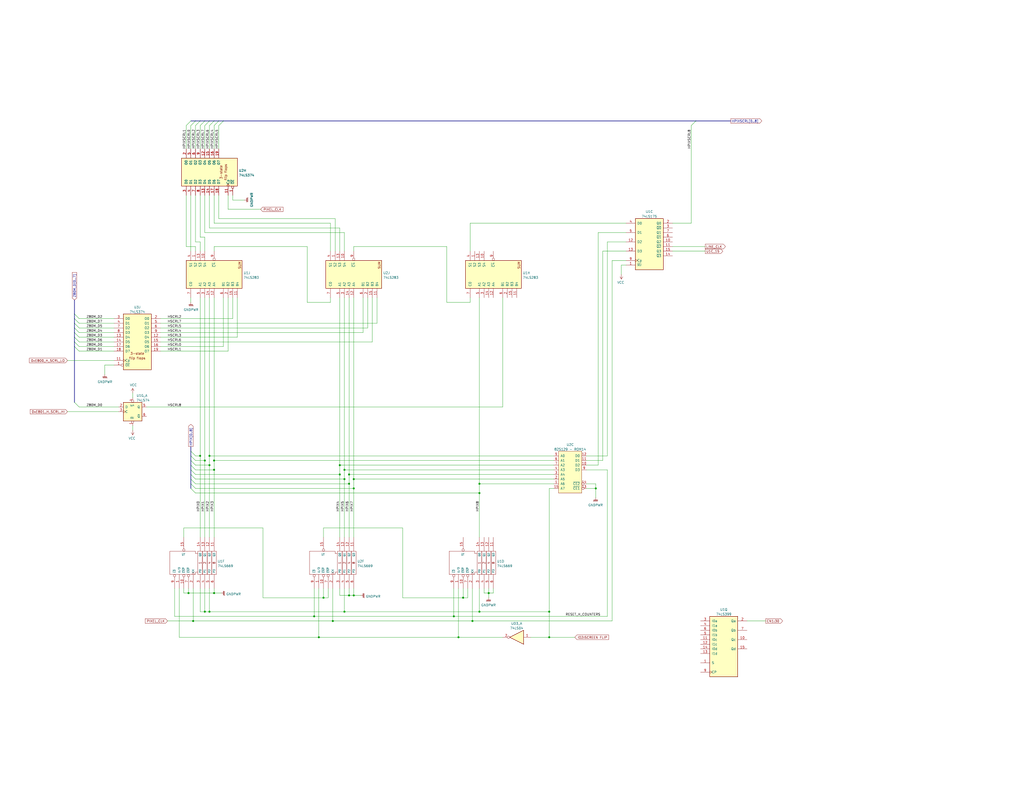
<source format=kicad_sch>
(kicad_sch (version 20211123) (generator eeschema)
  (paper "C")
  (title_block (title "Slapfight Arcade PCB") (company "Schematics created by Neil Ward & Anton Gale"))
  (lib_symbols
    (symbol "74xx_IEEE:74LS669" (pin_names (offset 0.762))
      (property "Reference" "U" (at 7.62 13.97 0))
      (property "Value" "74LS669" (at 7.62 -13.97 0))
      (symbol "74LS669_0_0"
        (rectangle (start -6.35 -8.89) (end 6.35 -11.43))
        (rectangle (start -6.35 -6.35) (end 6.35 -8.89))
        (rectangle (start -6.35 -3.81) (end 6.35 -6.35))
        (rectangle (start -6.35 -1.27) (end 6.35 -3.81))
        (polyline (pts (xy -5.08 -1.27) (xy -5.08 0) (xy -6.35 0) (xy -6.35 13.97) (xy 6.35 13.97) (xy 6.35 0) (xy 5.08 0) (xy 5.08 -1.27) (xy 5.08 -1.27)))
        (text "1" (at 0 -2.54 0) (effects (font (size 1.27 1.27))))
        (text "2" (at 0 -5.08 0) (effects (font (size 1.27 1.27))))
        (text "4" (at 0 -7.62 0) (effects (font (size 1.27 1.27))))
        (text "8" (at 0 -10.16 0) (effects (font (size 1.27 1.27))))
        (pin power_in line (at 3.81 13.97 270) (length 0) hide (name "VCC") (number "16"))
        (pin power_in line (at 1.27 13.97 270) (length 0) hide (name "GND") (number "8"))
      )
      (symbol "74LS669_1_1"
        (pin input line (at -13.97 8.89 0) (length 7.62) (name "U/D") (number "1"))
        (pin input inverted (at -13.97 6.35 0) (length 7.62) (name "~{ENP}") (number "10"))
        (pin output line (at 13.97 -10.16 180) (length 7.62) (name "Q3") (number "11"))
        (pin output line (at 13.97 -7.62 180) (length 7.62) (name "Q2") (number "12"))
        (pin output line (at 13.97 -5.08 180) (length 7.62) (name "Q1") (number "13"))
        (pin output line (at 13.97 -2.54 180) (length 7.62) (name "Q0") (number "14"))
        (pin output inverted (at 13.97 6.35 180) (length 7.62) (name "~{Tc}") (number "15"))
        (pin input clock (at -13.97 1.27 0) (length 7.62) (name "CK") (number "2"))
        (pin input line (at -13.97 -2.54 0) (length 7.62) (name "P0") (number "3"))
        (pin input line (at -13.97 -5.08 0) (length 7.62) (name "P1") (number "4"))
        (pin input line (at -13.97 -7.62 0) (length 7.62) (name "P2") (number "5"))
        (pin input line (at -13.97 -10.16 0) (length 7.62) (name "P3") (number "6"))
        (pin input inverted (at -13.97 3.81 0) (length 7.62) (name "~{ENP}") (number "7"))
        (pin input inverted (at -13.97 11.43 0) (length 7.62) (name "~{LD}") (number "9"))
      )
    )
    (symbol "arcade:82S126-9" (pin_names (offset 1.016))
      (property "Reference" "U" (at 1.27 11.43 0))
      (property "Value" "82S126-9" (at 1.27 12.7 0))
      (symbol "82S126-9_0_1"
        (rectangle (start -5.08 11.43) (end 7.62 -11.43) (fill (type background)))
      )
      (symbol "82S126-9_1_1"
        (pin input line (at -7.62 -6.35 0) (length 2.54) (name "A6") (number "1"))
        (pin output line (at 10.16 3.81 180) (length 2.54) (name "D2") (number "10"))
        (pin output line (at 10.16 6.35 180) (length 2.54) (name "D1") (number "11"))
        (pin output line (at 10.16 8.89 180) (length 2.54) (name "D0") (number "12"))
        (pin input inverted (at 10.16 -8.89 180) (length 2.54) (name "~{CE1}") (number "13"))
        (pin input inverted (at 10.16 -6.35 180) (length 2.54) (name "~{CE2}") (number "14"))
        (pin input line (at -7.62 -8.89 0) (length 2.54) (name "A7") (number "15"))
        (pin power_in line (at 1.27 11.43 270) (length 2.54) hide (name "VCC") (number "16"))
        (pin input line (at -7.62 -3.81 0) (length 2.54) (name "A5") (number "2"))
        (pin input line (at -7.62 -1.27 0) (length 2.54) (name "A4") (number "3"))
        (pin input line (at -7.62 1.27 0) (length 2.54) (name "A3") (number "4"))
        (pin input line (at -7.62 8.89 0) (length 2.54) (name "A0") (number "5"))
        (pin input line (at -7.62 6.35 0) (length 2.54) (name "A1") (number "6"))
        (pin input line (at -7.62 3.81 0) (length 2.54) (name "A2") (number "7"))
        (pin power_in line (at 1.27 -11.43 90) (length 2.54) hide (name "VSS") (number "8"))
        (pin output line (at 10.16 1.27 180) (length 2.54) (name "D3") (number "9"))
      )
    )
    (symbol "jt74:74LS04" (pin_names (offset 1.016))
      (property "Reference" "U" (at 0 1.27 0))
      (property "Value" "74LS04" (at 0 -1.27 0))
      (symbol "74LS04_1_0"
        (polyline (pts (xy -3.81 3.81) (xy -3.81 -3.81) (xy 3.81 0) (xy -3.81 3.81)) (stroke (width 0.254)) (fill (type background)))
        (pin input line (at -7.62 0 0) (length 3.81) (name "~") (number "1"))
        (pin output inverted (at 7.62 0 180) (length 3.81) (name "~") (number "2"))
      )
      (symbol "74LS04_2_0"
        (polyline (pts (xy -3.81 3.81) (xy -3.81 -3.81) (xy 3.81 0) (xy -3.81 3.81)) (stroke (width 0.254)) (fill (type background)))
        (pin input line (at -7.62 0 0) (length 3.81) (name "~") (number "3"))
        (pin output inverted (at 7.62 0 180) (length 3.81) (name "~") (number "4"))
      )
      (symbol "74LS04_3_0"
        (polyline (pts (xy -3.81 3.81) (xy -3.81 -3.81) (xy 3.81 0) (xy -3.81 3.81)) (stroke (width 0.254)) (fill (type background)))
        (pin input line (at -7.62 0 0) (length 3.81) (name "~") (number "5"))
        (pin output inverted (at 7.62 0 180) (length 3.81) (name "~") (number "6"))
      )
      (symbol "74LS04_4_0"
        (polyline (pts (xy -3.81 3.81) (xy -3.81 -3.81) (xy 3.81 0) (xy -3.81 3.81)) (stroke (width 0.254)) (fill (type background)))
        (pin output inverted (at 7.62 0 180) (length 3.81) (name "~") (number "8"))
        (pin input line (at -7.62 0 0) (length 3.81) (name "~") (number "9"))
      )
      (symbol "74LS04_5_0"
        (polyline (pts (xy -3.81 3.81) (xy -3.81 -3.81) (xy 3.81 0) (xy -3.81 3.81)) (stroke (width 0.254)) (fill (type background)))
        (pin output inverted (at 7.62 0 180) (length 3.81) (name "~") (number "10"))
        (pin input line (at -7.62 0 0) (length 3.81) (name "~") (number "11"))
      )
      (symbol "74LS04_6_0"
        (polyline (pts (xy -3.81 3.81) (xy -3.81 -3.81) (xy 3.81 0) (xy -3.81 3.81)) (stroke (width 0.254)) (fill (type background)))
        (pin output inverted (at 7.62 0 180) (length 3.81) (name "~") (number "12"))
        (pin input line (at -7.62 0 0) (length 3.81) (name "~") (number "13"))
      )
      (symbol "74LS04_7_0"
        (pin power_in line (at 0 7.62 270) (length 5.08) hide (name "VCC") (number "14"))
        (pin power_in line (at 0 -7.62 90) (length 5.08) hide (name "VSS") (number "7"))
      )
      (symbol "74LS04_7_1"
        (rectangle (start -5.08 7.62) (end 5.08 -7.62) (stroke (width 0.254)) (fill (type background)))
      )
    )
    (symbol "jt74:74LS175" (pin_names (offset 1.016))
      (property "Reference" "U" (at -7.62 13.97 0))
      (property "Value" "74LS175" (at -7.62 -16.51 0))
      (symbol "74LS175_1_0"
        (pin input line (at -12.7 -12.7 0) (length 5.08) (name "~{Mr}") (number "1"))
        (pin output line (at 12.7 0 180) (length 5.08) (name "Q2") (number "10"))
        (pin output line (at 12.7 -2.54 180) (length 5.08) (name "~{Q2}") (number "11"))
        (pin input line (at -12.7 0 0) (length 5.08) (name "D2") (number "12"))
        (pin input line (at -12.7 -5.08 0) (length 5.08) (name "D3") (number "13"))
        (pin output line (at 12.7 -7.62 180) (length 5.08) (name "~{Q3}") (number "14"))
        (pin output line (at 12.7 -5.08 180) (length 5.08) (name "Q3") (number "15"))
        (pin output line (at 12.7 10.16 180) (length 5.08) (name "Q0") (number "2"))
        (pin output line (at 12.7 7.62 180) (length 5.08) (name "~{Q0}") (number "3"))
        (pin input line (at -12.7 10.16 0) (length 5.08) (name "D0") (number "4"))
        (pin input line (at -12.7 5.08 0) (length 5.08) (name "D1") (number "5"))
        (pin output line (at 12.7 2.54 180) (length 5.08) (name "~{Q1}") (number "6"))
        (pin output line (at 12.7 5.08 180) (length 5.08) (name "Q1") (number "7"))
        (pin input clock (at -12.7 -10.16 0) (length 5.08) (name "Cp") (number "9"))
      )
      (symbol "74LS175_1_1"
        (rectangle (start -7.62 12.7) (end 7.62 -15.24) (stroke (width 0.254)) (fill (type background)))
      )
    )
    (symbol "jt74:74LS283" (pin_names (offset 1.016))
      (property "Reference" "U" (at 0 -5.08 0))
      (property "Value" "74LS283" (at 1.27 -7.62 0))
      (symbol "74LS283_0_0"
        (text "SUM" (at 5.08 -13.97 0) (effects (font (size 1.27 1.27))))
      )
      (symbol "74LS283_1_0"
        (pin output line (at 12.7 10.16 180) (length 5.08) (name "S2") (number "1"))
        (pin output line (at 12.7 5.08 180) (length 5.08) (name "S4") (number "10"))
        (pin input line (at -12.7 -12.7 0) (length 5.08) (name "B4") (number "11"))
        (pin input line (at -12.7 0 0) (length 5.08) (name "A4") (number "12"))
        (pin output line (at 12.7 7.62 180) (length 5.08) (name "S3") (number "13"))
        (pin input line (at -12.7 2.54 0) (length 5.08) (name "A3") (number "14"))
        (pin input line (at -12.7 -10.16 0) (length 5.08) (name "B3") (number "15"))
        (pin input line (at -12.7 -7.62 0) (length 5.08) (name "B2") (number "2"))
        (pin input line (at -12.7 5.08 0) (length 5.08) (name "A2") (number "3"))
        (pin output line (at 12.7 12.7 180) (length 5.08) (name "S1") (number "4"))
        (pin input line (at -12.7 7.62 0) (length 5.08) (name "A1") (number "5"))
        (pin input line (at -12.7 -5.08 0) (length 5.08) (name "B1") (number "6"))
        (pin input line (at -12.7 12.7 0) (length 5.08) (name "C0") (number "7"))
        (pin output inverted (at 12.7 0 180) (length 5.08) (name "~{C4}") (number "9"))
      )
      (symbol "74LS283_1_1"
        (rectangle (start -7.62 15.24) (end 7.62 -15.24) (stroke (width 0.254)) (fill (type background)))
      )
    )
    (symbol "jt74:74LS374" (pin_names (offset 1.016))
      (property "Reference" "U" (at 0 1.27 0))
      (property "Value" "74LS374" (at 2.54 -13.97 0))
      (symbol "74LS374_0_0"
        (text "3-state" (at 0 -6.35 0) (effects (font (size 1.27 1.27))))
        (text "flip flops" (at 0 -8.89 0) (effects (font (size 1.27 1.27))))
      )
      (symbol "74LS374_1_0"
        (pin input inverted (at -12.7 -12.7 0) (length 5.08) (name "~{OE}") (number "1"))
        (pin input clock (at -12.7 -10.16 0) (length 5.08) (name "Cp") (number "11"))
        (pin tri_state line (at 12.7 2.54 180) (length 5.08) (name "O4") (number "12"))
        (pin input line (at -12.7 2.54 0) (length 5.08) (name "D4") (number "13"))
        (pin input line (at -12.7 0 0) (length 5.08) (name "D5") (number "14"))
        (pin tri_state line (at 12.7 0 180) (length 5.08) (name "O5") (number "15"))
        (pin tri_state line (at 12.7 -2.54 180) (length 5.08) (name "O6") (number "16"))
        (pin input line (at -12.7 -2.54 0) (length 5.08) (name "D6") (number "17"))
        (pin input line (at -12.7 -5.08 0) (length 5.08) (name "D7") (number "18"))
        (pin tri_state line (at 12.7 -5.08 180) (length 5.08) (name "O7") (number "19"))
        (pin tri_state line (at 12.7 12.7 180) (length 5.08) (name "O0") (number "2"))
        (pin input line (at -12.7 12.7 0) (length 5.08) (name "D0") (number "3"))
        (pin input line (at -12.7 10.16 0) (length 5.08) (name "D1") (number "4"))
        (pin tri_state line (at 12.7 10.16 180) (length 5.08) (name "O1") (number "5"))
        (pin tri_state line (at 12.7 7.62 180) (length 5.08) (name "O2") (number "6"))
        (pin input line (at -12.7 7.62 0) (length 5.08) (name "D2") (number "7"))
        (pin input line (at -12.7 5.08 0) (length 5.08) (name "D3") (number "8"))
        (pin tri_state line (at 12.7 5.08 180) (length 5.08) (name "O3") (number "9"))
      )
      (symbol "74LS374_1_1"
        (rectangle (start -7.62 15.24) (end 7.62 -15.24) (stroke (width 0.254)) (fill (type background)))
      )
    )
    (symbol "jt74:74LS399" (pin_names (offset 1.016))
      (property "Reference" "U" (at -7.62 16.51 0))
      (property "Value" "74LS399" (at -7.62 -19.05 0))
      (symbol "74LS399_1_0"
        (pin input line (at -12.7 -10.16 0) (length 5.08) (name "S") (number "1"))
        (pin output line (at 12.7 2.54 180) (length 5.08) (name "Qc") (number "10"))
        (pin input line (at -12.7 2.54 0) (length 5.08) (name "I0c") (number "11"))
        (pin input line (at -12.7 0 0) (length 5.08) (name "I1c") (number "12"))
        (pin input line (at -12.7 -5.08 0) (length 5.08) (name "I1d") (number "13"))
        (pin input line (at -12.7 -2.54 0) (length 5.08) (name "I0d") (number "14"))
        (pin output line (at 12.7 -2.54 180) (length 5.08) (name "Qd") (number "15"))
        (pin input line (at 0 20.32 270) (length 5.08) hide (name "VCC") (number "16"))
        (pin output line (at 12.7 12.7 180) (length 5.08) (name "Qa") (number "2"))
        (pin input line (at -12.7 12.7 0) (length 5.08) (name "I0a") (number "3"))
        (pin input line (at -12.7 10.16 0) (length 5.08) (name "I1a") (number "4"))
        (pin input line (at -12.7 5.08 0) (length 5.08) (name "I1b") (number "5"))
        (pin input line (at -12.7 7.62 0) (length 5.08) (name "I0b") (number "6"))
        (pin output line (at 12.7 7.62 180) (length 5.08) (name "Qb") (number "7"))
        (pin input line (at 0 -22.86 90) (length 5.08) hide (name "GND") (number "8"))
        (pin input clock (at -12.7 -15.24 0) (length 5.08) (name "CP") (number "9"))
      )
      (symbol "74LS399_1_1"
        (rectangle (start -7.62 15.24) (end 7.62 -17.78) (stroke (width 0.254)) (fill (type background)))
      )
    )
    (symbol "jt74:74LS74" (pin_names (offset 1.016))
      (property "Reference" "U" (at 3.81 5.08 0))
      (property "Value" "74LS74" (at 0 0 0))
      (symbol "74LS74_1_0"
        (pin input inverted (at 0 -7.62 90) (length 2.54) (name "~{R}") (number "1"))
        (pin input line (at -7.62 2.54 0) (length 2.54) (name "D") (number "2"))
        (pin input clock (at -7.62 0 0) (length 2.54) (name "C") (number "3"))
        (pin input inverted (at 0 7.62 270) (length 2.54) (name "~{S}") (number "4"))
        (pin output line (at 7.62 2.54 180) (length 2.54) (name "Q") (number "5"))
        (pin output line (at 7.62 -2.54 180) (length 2.54) (name "~{Q}") (number "6"))
      )
      (symbol "74LS74_1_1"
        (rectangle (start -5.08 5.08) (end 5.08 -5.08) (stroke (width 0.254)) (fill (type background)))
      )
      (symbol "74LS74_2_0"
        (pin input clock (at -7.62 0 0) (length 2.54) (name "C") (number "11"))
        (pin input line (at -7.62 2.54 0) (length 2.54) (name "D") (number "12"))
        (pin input line (at 0 -7.62 90) (length 2.54) (name "~{R}") (number "13"))
        (pin output line (at 7.62 -2.54 180) (length 2.54) (name "~{Q}") (number "8"))
        (pin output line (at 7.62 2.54 180) (length 2.54) (name "Q") (number "9"))
      )
      (symbol "74LS74_2_1"
        (rectangle (start -5.08 5.08) (end 5.08 -5.08) (stroke (width 0.254)) (fill (type background)))
        (pin input line (at 0 7.62 270) (length 2.54) (name "~{S}") (number "10"))
      )
      (symbol "74LS74_3_0"
        (pin power_in line (at 0 7.62 270) (length 2.54) hide (name "VCC") (number "14"))
        (pin power_in line (at 0 -7.62 90) (length 2.54) hide (name "VSS") (number "7"))
      )
      (symbol "74LS74_3_1"
        (rectangle (start -5.08 7.62) (end 5.08 -7.62) (stroke (width 0.254)) (fill (type background)))
      )
    )
    (symbol "power:GNDPWR" (power) (pin_names (offset 0))
      (property "Value" "GNDPWR" (at 0 -3.302 0))
      (symbol "GNDPWR_0_1"
        (polyline (pts (xy 0 -1.27) (xy 0 0)))
        (polyline (pts (xy -1.016 -1.27) (xy -1.27 -2.032) (xy -1.27 -2.032)) (stroke (width 0.2032)))
        (polyline (pts (xy -0.508 -1.27) (xy -0.762 -2.032) (xy -0.762 -2.032)) (stroke (width 0.2032)))
        (polyline (pts (xy 0 -1.27) (xy -0.254 -2.032) (xy -0.254 -2.032)) (stroke (width 0.2032)))
        (polyline (pts (xy 0.508 -1.27) (xy 0.254 -2.032) (xy 0.254 -2.032)) (stroke (width 0.2032)))
        (polyline (pts (xy 1.016 -1.27) (xy -1.016 -1.27) (xy -1.016 -1.27)) (stroke (width 0.2032)))
        (polyline (pts (xy 1.016 -1.27) (xy 0.762 -2.032) (xy 0.762 -2.032) (xy 0.762 -2.032)) (stroke (width 0.2032)))
      )
      (symbol "GNDPWR_1_1"
        (pin power_in line (at 0 0 270) (length 0) hide (name "GNDPWR") (number "1"))
      )
    )
    (symbol "power:VCC" (power) (pin_names (offset 0))
      (property "Value" "VCC" (at 0 3.81 0))
      (symbol "VCC_0_1"
        (polyline (pts (xy -0.762 1.27) (xy 0 2.54)))
        (polyline (pts (xy 0 0) (xy 0 2.54)))
        (polyline (pts (xy 0 2.54) (xy 0.762 1.27)))
      )
      (symbol "VCC_1_1"
        (pin power_in line (at 0 0 90) (length 0) hide (name "VCC") (number "1"))
      )
    )
  )
  (junction (at 190.5 259.08))
  (junction (at 176.53 326.39))
  (junction (at 102.87 323.85))
  (junction (at 116.84 256.54))
  (junction (at 193.04 261.62))
  (junction (at 111.76 334.01))
  (junction (at 187.96 256.54))
  (junction (at 190.5 264.16))
  (junction (at 105.41 339.09))
  (junction (at 116.84 251.46))
  (junction (at 261.62 264.16))
  (junction (at 250.19 347.98))
  (junction (at 185.42 259.08))
  (junction (at 109.22 248.92))
  (junction (at 187.96 334.01))
  (junction (at 116.84 323.85))
  (junction (at 187.96 261.62))
  (junction (at 111.76 251.46))
  (junction (at 252.73 326.39))
  (junction (at 171.45 336.55))
  (junction (at 193.04 325.12))
  (junction (at 266.7 323.85))
  (junction (at 185.42 254))
  (junction (at 114.3 334.01))
  (junction (at 247.65 336.55))
  (junction (at 190.5 325.12))
  (junction (at 325.12 266.7))
  (junction (at 181.61 339.09))
  (junction (at 261.62 269.24))
  (junction (at 114.3 248.92))
  (junction (at 114.3 254))
  (junction (at 173.99 347.98))
  (junction (at 299.72 347.98))
  (junction (at 261.62 334.01))
  (junction (at 299.72 334.01))
  (junction (at 257.81 339.09))
  (junction (at 193.04 266.7))
  (bus_entry (at 43.18 173.99) (size -2.54 -2.54))
  (bus_entry (at 104.14 266.7) (size 2.54 2.54))
  (bus_entry (at 116.84 66.04) (size -2.54 2.54))
  (bus_entry (at 119.38 66.04) (size -2.54 2.54))
  (bus_entry (at 114.3 66.04) (size -2.54 2.54))
  (bus_entry (at 121.92 66.04) (size -2.54 2.54))
  (bus_entry (at 111.76 66.04) (size -2.54 2.54))
  (bus_entry (at 104.14 259.08) (size 2.54 2.54))
  (bus_entry (at 104.14 261.62) (size 2.54 2.54))
  (bus_entry (at 104.14 264.16) (size 2.54 2.54))
  (bus_entry (at 104.14 246.38) (size 2.54 2.54))
  (bus_entry (at 104.14 248.92) (size 2.54 2.54))
  (bus_entry (at 104.14 251.46) (size 2.54 2.54))
  (bus_entry (at 104.14 254) (size 2.54 2.54))
  (bus_entry (at 104.14 256.54) (size 2.54 2.54))
  (bus_entry (at 43.18 179.07) (size -2.54 -2.54))
  (bus_entry (at 43.18 176.53) (size -2.54 -2.54))
  (bus_entry (at 377.19 68.58) (size 2.54 -2.54))
  (bus_entry (at 43.18 222.25) (size -2.54 -2.54))
  (bus_entry (at 43.18 184.15) (size -2.54 -2.54))
  (bus_entry (at 43.18 191.77) (size -2.54 -2.54))
  (bus_entry (at 43.18 189.23) (size -2.54 -2.54))
  (bus_entry (at 43.18 186.69) (size -2.54 -2.54))
  (bus_entry (at 43.18 181.61) (size -2.54 -2.54))
  (bus_entry (at 101.6 68.58) (size 2.54 -2.54))
  (bus_entry (at 106.68 68.58) (size 2.54 -2.54))
  (bus_entry (at 104.14 68.58) (size 2.54 -2.54))
  (wire (pts (xy 102.87 321.31) (xy 102.87 323.85)))
  (wire (pts (xy 299.72 347.98) (xy 313.69 347.98)))
  (bus (pts (xy 40.64 171.45) (xy 40.64 163.83)))
  (wire (pts (xy 119.38 119.38) (xy 182.88 119.38)))
  (bus (pts (xy 40.64 173.99) (xy 40.64 171.45)))
  (wire (pts (xy 320.04 251.46) (xy 328.93 251.46)))
  (wire (pts (xy 116.84 106.68) (xy 116.84 121.92)))
  (wire (pts (xy 266.7 323.85) (xy 266.7 326.39)))
  (wire (pts (xy 185.42 321.31) (xy 185.42 325.12)))
  (wire (pts (xy 326.39 127) (xy 326.39 254)))
  (wire (pts (xy 106.68 254) (xy 114.3 254)))
  (wire (pts (xy 101.6 106.68) (xy 101.6 134.62)))
  (wire (pts (xy 187.96 261.62) (xy 187.96 293.37)))
  (bus (pts (xy 379.73 66.04) (xy 398.78 66.04)))
  (wire (pts (xy 274.32 162.56) (xy 274.32 222.25)))
  (wire (pts (xy 57.15 199.39) (xy 62.23 199.39)))
  (wire (pts (xy 299.72 334.01) (xy 299.72 266.7)))
  (wire (pts (xy 87.63 176.53) (xy 205.74 176.53)))
  (wire (pts (xy 106.68 269.24) (xy 261.62 269.24)))
  (bus (pts (xy 40.64 189.23) (xy 40.64 186.69)))
  (bus (pts (xy 114.3 66.04) (xy 116.84 66.04)))
  (wire (pts (xy 105.41 339.09) (xy 181.61 339.09)))
  (wire (pts (xy 62.23 184.15) (xy 43.18 184.15)))
  (bus (pts (xy 104.14 259.08) (xy 104.14 261.62)))
  (wire (pts (xy 101.6 81.28) (xy 101.6 68.58)))
  (wire (pts (xy 252.73 326.39) (xy 255.27 326.39)))
  (wire (pts (xy 219.71 288.29) (xy 176.53 288.29)))
  (wire (pts (xy 320.04 248.92) (xy 331.47 248.92)))
  (wire (pts (xy 367.03 134.62) (xy 384.81 134.62)))
  (wire (pts (xy 80.01 222.25) (xy 274.32 222.25)))
  (wire (pts (xy 109.22 137.16) (xy 109.22 132.08)))
  (wire (pts (xy 193.04 162.56) (xy 193.04 261.62)))
  (wire (pts (xy 72.39 214.63) (xy 72.39 217.17)))
  (wire (pts (xy 193.04 325.12) (xy 190.5 325.12)))
  (bus (pts (xy 104.14 246.38) (xy 104.14 248.92)))
  (wire (pts (xy 143.51 326.39) (xy 143.51 288.29)))
  (wire (pts (xy 106.68 266.7) (xy 193.04 266.7)))
  (wire (pts (xy 257.81 339.09) (xy 257.81 321.31)))
  (wire (pts (xy 109.22 334.01) (xy 109.22 321.31)))
  (wire (pts (xy 109.22 162.56) (xy 109.22 248.92)))
  (wire (pts (xy 193.04 137.16) (xy 193.04 134.62)))
  (wire (pts (xy 190.5 325.12) (xy 190.5 321.31)))
  (wire (pts (xy 116.84 321.31) (xy 116.84 323.85)))
  (wire (pts (xy 116.84 134.62) (xy 167.64 134.62)))
  (bus (pts (xy 40.64 189.23) (xy 40.64 219.71)))
  (wire (pts (xy 109.22 129.54) (xy 111.76 129.54)))
  (wire (pts (xy 198.12 162.56) (xy 198.12 181.61)))
  (wire (pts (xy 116.84 68.58) (xy 116.84 81.28)))
  (wire (pts (xy 181.61 339.09) (xy 257.81 339.09)))
  (wire (pts (xy 261.62 264.16) (xy 261.62 269.24)))
  (wire (pts (xy 320.04 264.16) (xy 325.12 264.16)))
  (wire (pts (xy 114.3 248.92) (xy 302.26 248.92)))
  (wire (pts (xy 104.14 106.68) (xy 104.14 137.16)))
  (wire (pts (xy 62.23 189.23) (xy 43.18 189.23)))
  (wire (pts (xy 339.09 144.78) (xy 341.63 144.78)))
  (wire (pts (xy 328.93 137.16) (xy 328.93 251.46)))
  (bus (pts (xy 104.14 251.46) (xy 104.14 254)))
  (wire (pts (xy 250.19 347.98) (xy 173.99 347.98)))
  (wire (pts (xy 219.71 326.39) (xy 252.73 326.39)))
  (wire (pts (xy 266.7 321.31) (xy 266.7 323.85)))
  (wire (pts (xy 119.38 68.58) (xy 119.38 81.28)))
  (wire (pts (xy 87.63 173.99) (xy 127 173.99)))
  (wire (pts (xy 261.62 334.01) (xy 299.72 334.01)))
  (wire (pts (xy 243.84 165.1) (xy 256.54 165.1)))
  (wire (pts (xy 193.04 325.12) (xy 196.85 325.12)))
  (wire (pts (xy 109.22 132.08) (xy 106.68 132.08)))
  (wire (pts (xy 185.42 325.12) (xy 190.5 325.12)))
  (wire (pts (xy 187.96 321.31) (xy 187.96 334.01)))
  (wire (pts (xy 167.64 134.62) (xy 167.64 165.1)))
  (wire (pts (xy 95.25 321.31) (xy 95.25 336.55)))
  (wire (pts (xy 106.68 134.62) (xy 106.68 137.16)))
  (wire (pts (xy 250.19 347.98) (xy 274.32 347.98)))
  (wire (pts (xy 173.99 321.31) (xy 173.99 347.98)))
  (wire (pts (xy 143.51 288.29) (xy 100.33 288.29)))
  (wire (pts (xy 190.5 259.08) (xy 302.26 259.08)))
  (wire (pts (xy 62.23 173.99) (xy 43.18 173.99)))
  (wire (pts (xy 114.3 254) (xy 114.3 293.37)))
  (wire (pts (xy 173.99 347.98) (xy 97.79 347.98)))
  (wire (pts (xy 111.76 162.56) (xy 111.76 251.46)))
  (wire (pts (xy 334.01 339.09) (xy 334.01 142.24)))
  (wire (pts (xy 106.68 248.92) (xy 109.22 248.92)))
  (wire (pts (xy 171.45 336.55) (xy 171.45 321.31)))
  (wire (pts (xy 367.03 121.92) (xy 377.19 121.92)))
  (wire (pts (xy 111.76 334.01) (xy 109.22 334.01)))
  (wire (pts (xy 302.26 251.46) (xy 116.84 251.46)))
  (wire (pts (xy 255.27 321.31) (xy 255.27 326.39)))
  (wire (pts (xy 116.84 323.85) (xy 120.65 323.85)))
  (wire (pts (xy 100.33 288.29) (xy 100.33 293.37)))
  (bus (pts (xy 40.64 186.69) (xy 40.64 184.15)))
  (wire (pts (xy 219.71 326.39) (xy 219.71 288.29)))
  (bus (pts (xy 40.64 184.15) (xy 40.64 181.61)))
  (wire (pts (xy 176.53 321.31) (xy 176.53 326.39)))
  (bus (pts (xy 119.38 66.04) (xy 121.92 66.04)))
  (wire (pts (xy 127 109.22) (xy 133.35 109.22)))
  (wire (pts (xy 181.61 339.09) (xy 181.61 321.31)))
  (wire (pts (xy 142.24 114.3) (xy 124.46 114.3)))
  (wire (pts (xy 250.19 321.31) (xy 250.19 347.98)))
  (wire (pts (xy 119.38 106.68) (xy 119.38 119.38)))
  (wire (pts (xy 193.04 261.62) (xy 302.26 261.62)))
  (bus (pts (xy 116.84 66.04) (xy 119.38 66.04)))
  (bus (pts (xy 104.14 261.62) (xy 104.14 264.16)))
  (wire (pts (xy 407.67 339.09) (xy 417.83 339.09)))
  (wire (pts (xy 205.74 176.53) (xy 205.74 162.56)))
  (wire (pts (xy 104.14 162.56) (xy 104.14 165.1)))
  (wire (pts (xy 106.68 264.16) (xy 190.5 264.16)))
  (wire (pts (xy 87.63 179.07) (xy 200.66 179.07)))
  (wire (pts (xy 190.5 264.16) (xy 190.5 293.37)))
  (bus (pts (xy 104.14 254) (xy 104.14 256.54)))
  (wire (pts (xy 167.64 165.1) (xy 180.34 165.1)))
  (wire (pts (xy 102.87 323.85) (xy 116.84 323.85)))
  (wire (pts (xy 200.66 162.56) (xy 200.66 179.07)))
  (bus (pts (xy 121.92 66.04) (xy 379.73 66.04)))
  (wire (pts (xy 111.76 321.31) (xy 111.76 334.01)))
  (wire (pts (xy 43.18 222.25) (xy 64.77 222.25)))
  (wire (pts (xy 331.47 336.55) (xy 247.65 336.55)))
  (wire (pts (xy 320.04 254) (xy 326.39 254)))
  (wire (pts (xy 111.76 68.58) (xy 111.76 81.28)))
  (wire (pts (xy 264.16 321.31) (xy 264.16 323.85)))
  (bus (pts (xy 40.64 179.07) (xy 40.64 176.53)))
  (wire (pts (xy 269.24 323.85) (xy 266.7 323.85)))
  (wire (pts (xy 256.54 165.1) (xy 256.54 162.56)))
  (bus (pts (xy 104.14 66.04) (xy 106.68 66.04)))
  (wire (pts (xy 62.23 176.53) (xy 43.18 176.53)))
  (wire (pts (xy 129.54 184.15) (xy 129.54 162.56)))
  (wire (pts (xy 111.76 127) (xy 187.96 127)))
  (wire (pts (xy 256.54 137.16) (xy 256.54 121.92)))
  (wire (pts (xy 325.12 266.7) (xy 320.04 266.7)))
  (wire (pts (xy 187.96 256.54) (xy 302.26 256.54)))
  (wire (pts (xy 121.92 162.56) (xy 121.92 189.23)))
  (wire (pts (xy 87.63 191.77) (xy 124.46 191.77)))
  (wire (pts (xy 72.39 234.95) (xy 72.39 232.41)))
  (wire (pts (xy 243.84 134.62) (xy 243.84 165.1)))
  (wire (pts (xy 127 109.22) (xy 127 106.68)))
  (wire (pts (xy 187.96 162.56) (xy 187.96 256.54)))
  (wire (pts (xy 91.44 339.09) (xy 105.41 339.09)))
  (wire (pts (xy 114.3 321.31) (xy 114.3 334.01)))
  (wire (pts (xy 187.96 256.54) (xy 187.96 261.62)))
  (wire (pts (xy 367.03 137.16) (xy 384.81 137.16)))
  (wire (pts (xy 328.93 137.16) (xy 341.63 137.16)))
  (wire (pts (xy 97.79 321.31) (xy 97.79 347.98)))
  (wire (pts (xy 299.72 347.98) (xy 299.72 334.01)))
  (wire (pts (xy 193.04 134.62) (xy 243.84 134.62)))
  (wire (pts (xy 124.46 114.3) (xy 124.46 106.68)))
  (wire (pts (xy 104.14 81.28) (xy 104.14 68.58)))
  (wire (pts (xy 106.68 81.28) (xy 106.68 68.58)))
  (wire (pts (xy 261.62 269.24) (xy 261.62 293.37)))
  (wire (pts (xy 116.84 256.54) (xy 116.84 293.37)))
  (bus (pts (xy 109.22 66.04) (xy 111.76 66.04)))
  (bus (pts (xy 104.14 264.16) (xy 104.14 266.7)))
  (wire (pts (xy 331.47 132.08) (xy 341.63 132.08)))
  (wire (pts (xy 57.15 199.39) (xy 57.15 204.47)))
  (wire (pts (xy 102.87 323.85) (xy 100.33 323.85)))
  (wire (pts (xy 185.42 254) (xy 185.42 259.08)))
  (wire (pts (xy 187.96 127) (xy 187.96 137.16)))
  (wire (pts (xy 87.63 186.69) (xy 203.2 186.69)))
  (wire (pts (xy 203.2 186.69) (xy 203.2 162.56)))
  (wire (pts (xy 100.33 323.85) (xy 100.33 321.31)))
  (wire (pts (xy 187.96 334.01) (xy 114.3 334.01)))
  (bus (pts (xy 104.14 256.54) (xy 104.14 259.08)))
  (wire (pts (xy 127 162.56) (xy 127 173.99)))
  (wire (pts (xy 114.3 248.92) (xy 114.3 254)))
  (wire (pts (xy 331.47 256.54) (xy 331.47 336.55)))
  (wire (pts (xy 193.04 321.31) (xy 193.04 325.12)))
  (wire (pts (xy 111.76 129.54) (xy 111.76 137.16)))
  (wire (pts (xy 116.84 137.16) (xy 116.84 134.62)))
  (bus (pts (xy 40.64 181.61) (xy 40.64 179.07)))
  (bus (pts (xy 104.14 248.92) (xy 104.14 251.46)))
  (wire (pts (xy 114.3 334.01) (xy 111.76 334.01)))
  (wire (pts (xy 185.42 162.56) (xy 185.42 254)))
  (wire (pts (xy 62.23 181.61) (xy 43.18 181.61)))
  (wire (pts (xy 114.3 106.68) (xy 114.3 124.46)))
  (wire (pts (xy 180.34 165.1) (xy 180.34 162.56)))
  (wire (pts (xy 182.88 119.38) (xy 182.88 137.16)))
  (wire (pts (xy 101.6 134.62) (xy 106.68 134.62)))
  (wire (pts (xy 114.3 162.56) (xy 114.3 248.92)))
  (wire (pts (xy 247.65 336.55) (xy 171.45 336.55)))
  (wire (pts (xy 106.68 259.08) (xy 185.42 259.08)))
  (wire (pts (xy 257.81 339.09) (xy 334.01 339.09)))
  (wire (pts (xy 36.83 196.85) (xy 62.23 196.85)))
  (wire (pts (xy 87.63 184.15) (xy 129.54 184.15)))
  (wire (pts (xy 339.09 149.86) (xy 339.09 144.78)))
  (bus (pts (xy 106.68 66.04) (xy 109.22 66.04)))
  (wire (pts (xy 62.23 186.69) (xy 43.18 186.69)))
  (wire (pts (xy 105.41 339.09) (xy 105.41 321.31)))
  (wire (pts (xy 171.45 336.55) (xy 95.25 336.55)))
  (wire (pts (xy 261.62 334.01) (xy 187.96 334.01)))
  (wire (pts (xy 114.3 68.58) (xy 114.3 81.28)))
  (wire (pts (xy 326.39 127) (xy 341.63 127)))
  (wire (pts (xy 114.3 124.46) (xy 185.42 124.46)))
  (wire (pts (xy 325.12 266.7) (xy 325.12 271.78)))
  (wire (pts (xy 261.62 162.56) (xy 261.62 264.16)))
  (wire (pts (xy 264.16 323.85) (xy 266.7 323.85)))
  (wire (pts (xy 180.34 121.92) (xy 180.34 137.16)))
  (wire (pts (xy 124.46 191.77) (xy 124.46 162.56)))
  (wire (pts (xy 106.68 251.46) (xy 111.76 251.46)))
  (bus (pts (xy 104.14 243.84) (xy 104.14 246.38)))
  (wire (pts (xy 256.54 121.92) (xy 341.63 121.92)))
  (wire (pts (xy 179.07 326.39) (xy 176.53 326.39)))
  (wire (pts (xy 109.22 106.68) (xy 109.22 129.54)))
  (wire (pts (xy 109.22 248.92) (xy 109.22 293.37)))
  (wire (pts (xy 269.24 321.31) (xy 269.24 323.85)))
  (wire (pts (xy 87.63 181.61) (xy 198.12 181.61)))
  (wire (pts (xy 325.12 264.16) (xy 325.12 266.7)))
  (wire (pts (xy 116.84 121.92) (xy 180.34 121.92)))
  (wire (pts (xy 62.23 191.77) (xy 43.18 191.77)))
  (wire (pts (xy 334.01 142.24) (xy 341.63 142.24)))
  (wire (pts (xy 116.84 251.46) (xy 116.84 256.54)))
  (wire (pts (xy 331.47 132.08) (xy 331.47 248.92)))
  (wire (pts (xy 320.04 256.54) (xy 331.47 256.54)))
  (wire (pts (xy 111.76 251.46) (xy 111.76 293.37)))
  (wire (pts (xy 185.42 124.46) (xy 185.42 137.16)))
  (wire (pts (xy 109.22 68.58) (xy 109.22 81.28)))
  (wire (pts (xy 36.83 224.79) (xy 64.77 224.79)))
  (wire (pts (xy 193.04 261.62) (xy 193.04 266.7)))
  (wire (pts (xy 179.07 321.31) (xy 179.07 326.39)))
  (wire (pts (xy 252.73 321.31) (xy 252.73 326.39)))
  (wire (pts (xy 185.42 254) (xy 302.26 254)))
  (wire (pts (xy 190.5 259.08) (xy 190.5 264.16)))
  (wire (pts (xy 247.65 336.55) (xy 247.65 321.31)))
  (wire (pts (xy 289.56 347.98) (xy 299.72 347.98)))
  (wire (pts (xy 190.5 162.56) (xy 190.5 259.08)))
  (wire (pts (xy 62.23 179.07) (xy 43.18 179.07)))
  (wire (pts (xy 261.62 321.31) (xy 261.62 334.01)))
  (wire (pts (xy 106.68 132.08) (xy 106.68 106.68)))
  (wire (pts (xy 106.68 261.62) (xy 187.96 261.62)))
  (wire (pts (xy 261.62 264.16) (xy 302.26 264.16)))
  (wire (pts (xy 106.68 256.54) (xy 116.84 256.54)))
  (wire (pts (xy 176.53 326.39) (xy 143.51 326.39)))
  (wire (pts (xy 193.04 266.7) (xy 193.04 293.37)))
  (wire (pts (xy 116.84 162.56) (xy 116.84 251.46)))
  (wire (pts (xy 185.42 259.08) (xy 185.42 293.37)))
  (wire (pts (xy 111.76 106.68) (xy 111.76 127)))
  (wire (pts (xy 176.53 288.29) (xy 176.53 293.37)))
  (bus (pts (xy 40.64 176.53) (xy 40.64 173.99)))
  (wire (pts (xy 377.19 68.58) (xy 377.19 121.92)))
  (wire (pts (xy 299.72 266.7) (xy 302.26 266.7)))
  (bus (pts (xy 111.76 66.04) (xy 114.3 66.04)))
  (wire (pts (xy 87.63 189.23) (xy 121.92 189.23)))
  (label "HPIXSCRL1" (at 101.6 81.28 90))
  (label "HPIXSCRL0" (at 104.14 81.28 90))
  (label "HSCRL5" (at 91.44 179.07 0))
  (label "HPIX1" (at 111.76 279.4 90))
  (label "HPIXSCRL8" (at 377.19 81.28 90))
  (label "HSCRL2" (at 91.44 173.99 0))
  (label "HSCRL6" (at 91.44 186.69 0))
  (label "HPIXSCRL7" (at 111.76 81.28 90))
  (label "HPIXSCRL2" (at 106.68 81.1916 90))
  (label "Z80M_D6" (at 55.88 186.69 180))
  (label "Z80M_D0" (at 55.88 189.23 180))
  (label "HPIXSCRL6" (at 114.3 81.28 90))
  (label "HSCRL3" (at 91.44 184.15 0))
  (label "Z80M_D1" (at 55.88 191.77 180))
  (label "HSCRL0" (at 91.44 189.23 0))
  (label "HSCRL4" (at 91.44 181.61 0))
  (label "Z80M_D7" (at 55.88 176.53 180))
  (label "HPIX2" (at 114.3 279.4 90))
  (label "Z80M_D3" (at 55.88 184.15 180))
  (label "HSCRL8" (at 91.44 222.25 0))
  (label "HSCRL7" (at 91.44 176.53 0))
  (label "HPIX7" (at 193.04 279.4 90))
  (label "Z80M_D2" (at 55.88 173.99 180))
  (label "HSCRL1" (at 91.44 191.77 0))
  (label "HPIX3" (at 116.84 279.4 90))
  (label "Z80M_D0" (at 55.88 222.25 180))
  (label "HPIX5" (at 187.96 279.4 90))
  (label "Z80M_D5" (at 55.88 179.07 180))
  (label "Z80M_D4" (at 55.88 181.61 180))
  (label "HPIX0" (at 109.22 279.4 90))
  (label "RESET_H_COUNTERS" (at 308.61 336.55 0))
  (label "HPIXSCRL4" (at 116.84 81.28 90))
  (label "HPIXSCRL5" (at 119.38 81.28 90))
  (label "HPIXSCRL3" (at 109.22 81.28 90))
  (label "HPIX4" (at 185.42 279.4 90))
  (label "HPIX6" (at 190.5 279.4 90))
  (label "HPIX8" (at 261.62 279.4 90))
  (global_label "Z80M_D[0..7]" (shape input) (at 40.64 163.83 90) (property "Intersheet References" "${INTERSHEET_REFS}" (effects hide)))
  (global_label "LINE_CLK" (shape output) (at 384.81 134.62 0) (property "Intersheet References" "${INTERSHEET_REFS}" (effects hide)))
  (global_label "CN1:30" (shape output) (at 417.83 339.09 0) (property "Intersheet References" "${INTERSHEET_REFS}" (effects hide)))
  (global_label "0xE801_H_SCRL_HI" (shape input) (at 36.83 224.79 180) (property "Intersheet References" "${INTERSHEET_REFS}" (effects hide)))
  (global_label "0xE800_H_SCRL_LO" (shape input) (at 36.83 196.85 180) (property "Intersheet References" "${INTERSHEET_REFS}" (effects hide)))
  (global_label "IO2:SCREEN FLIP" (shape input) (at 313.69 347.98 0) (property "Intersheet References" "${INTERSHEET_REFS}" (effects hide)))
  (global_label "PIXEL_CLK" (shape input) (at 91.44 339.09 180) (property "Intersheet References" "${INTERSHEET_REFS}" (effects hide)))
  (global_label "HPIXSCRL[0..8]" (shape output) (at 398.78 66.04 0) (property "Intersheet References" "${INTERSHEET_REFS}" (effects hide)))
  (global_label "PIXEL_CLK" (shape input) (at 142.24 114.3 0) (property "Intersheet References" "${INTERSHEET_REFS}" (effects hide)))
  (global_label "HPIX[0..8]" (shape output) (at 104.14 243.84 90) (property "Intersheet References" "${INTERSHEET_REFS}" (effects hide)))
  (global_label "U1C_15" (shape output) (at 384.81 137.16 0) (property "Intersheet References" "${INTERSHEET_REFS}" (effects hide)))
  (symbol (lib_id "power:GNDPWR") (at 57.15 204.47 0) (mirror y) (unit 1)
    (property "Reference" "#PWR0110" (effects hide))
    (property "Value" "GNDPWR" (at 57.277 208.507 0))
  )
  (symbol (lib_id "power:GNDPWR") (at 104.14 165.1 0) (mirror y) (unit 1)
    (property "Reference" "#PWR?" (effects hide))
    (property "Value" "GNDPWR" (at 104.267 169.137 0))
  )
  (symbol (lib_id "power:GNDPWR") (at 266.7 326.39 0) (unit 1)
    (property "Reference" "#PWR0113" (effects hide))
    (property "Value" "GNDPWR" (at 266.573 330.427 0))
  )
  (symbol (lib_id "arcade:82S126-9") (at 309.88 257.81 0) (unit 1)
    (property "Reference" "U2C" (at 311.15 242.8072 0))
    (property "Value" "82S129 - ROM14" (at 311.15 245.3441 0))
  )
  (symbol (lib_id "jt74:74LS175") (at 354.33 132.08 0) (unit 1)
    (property "Reference" "U1C" (at 354.33 115.57 0))
    (property "Value" "74LS175" (at 354.33 118.2171 0))
    (property "Datasheet" "http://www.ti.com/lit/gpn/sn74LS175" (effects hide))
  )
  (symbol (lib_id "jt74:74LS283") (at 116.84 149.86 90) (unit 1)
    (property "Reference" "U1J" (at 132.842 149.0253 90) (effects (justify right)))
    (property "Value" "74LS283" (at 132.842 151.5622 90) (effects (justify right)))
    (property "Datasheet" "http://www.ti.com/lit/gpn/sn74LS283" (effects hide))
  )
  (symbol (lib_id "74xx_IEEE:74LS669") (at 106.68 307.34 90) (unit 1)
    (property "Reference" "U1F" (at 118.745 306.5053 90) (effects (justify right)))
    (property "Value" "74LS669" (at 118.745 309.0422 90) (effects (justify right)))
  )
  (symbol (lib_id "jt74:74LS374") (at 74.93 186.69 0) (unit 1)
    (property "Reference" "U3J" (at 74.93 167.7502 0))
    (property "Value" "74LS374" (at 74.93 170.2871 0))
    (property "Datasheet" "http://www.ti.com/lit/gpn/sn74LS374" (effects hide))
  )
  (symbol (lib_id "power:VCC") (at 339.09 149.86 180) (unit 1)
    (property "Reference" "#PWR0107" (effects hide))
    (property "Value" "VCC" (at 338.709 154.2542 0))
  )
  (symbol (lib_id "power:GNDPWR") (at 120.65 323.85 90) (unit 1)
    (property "Reference" "#PWR0111" (effects hide))
    (property "Value" "GNDPWR" (at 123.4186 324.4108 90) (effects (justify right)))
  )
  (symbol (lib_id "jt74:74LS374") (at 114.3 93.98 90) (unit 1)
    (property "Reference" "U2H" (at 130.302 93.1453 90) (effects (justify right)))
    (property "Value" "74LS374" (at 130.302 95.6822 90) (effects (justify right)))
    (property "Datasheet" "http://www.ti.com/lit/gpn/sn74LS374" (effects hide))
  )
  (symbol (lib_id "74xx_IEEE:74LS669") (at 182.88 307.34 90) (unit 1)
    (property "Reference" "U2F" (at 194.945 306.5053 90) (effects (justify right)))
    (property "Value" "74LS669" (at 194.945 309.0422 90) (effects (justify right)))
  )
  (symbol (lib_id "jt74:74LS74") (at 72.39 224.79 0) (unit 1)
    (property "Reference" "U1G_" (at 74.4094 216.0102 0) (effects (justify left)))
    (property "Value" "74LS74" (at 74.4094 218.5471 0) (effects (justify left)))
    (property "Datasheet" "74xx/74hc_hct74.pdf" (effects hide))
  )
  (symbol (lib_id "power:GNDPWR") (at 325.12 271.78 0) (unit 1)
    (property "Reference" "#PWR?" (effects hide))
    (property "Value" "GNDPWR" (at 324.993 275.817 0))
  )
  (symbol (lib_id "power:GNDPWR") (at 133.35 109.22 90) (mirror x) (unit 1)
    (property "Reference" "#PWR?" (effects hide))
    (property "Value" "GNDPWR" (at 137.387 109.093 0))
  )
  (symbol (lib_id "power:VCC") (at 72.39 214.63 0) (unit 1)
    (property "Reference" "#PWR?" (effects hide))
    (property "Value" "VCC" (at 72.771 210.2358 0))
  )
  (symbol (lib_id "jt74:74LS399") (at 394.97 351.79 0) (unit 1)
    (property "Reference" "U1Q" (at 394.97 332.8502 0))
    (property "Value" "74LS399" (at 394.97 335.3871 0))
    (property "Datasheet" "http://www.ti.com/lit/gpn/sn74LS399" (effects hide))
  )
  (symbol (lib_id "power:VCC") (at 72.39 234.95 180) (unit 1)
    (property "Reference" "#PWR?" (effects hide))
    (property "Value" "VCC" (at 72.009 239.3442 0))
  )
  (symbol (lib_id "jt74:74LS04") (at 281.94 347.98 180) (unit 1)
    (property "Reference" "UD3_" (at 281.94 340.4702 0))
    (property "Value" "74LS04" (at 281.94 343.0071 0))
    (property "Datasheet" "http://www.ti.com/lit/gpn/sn74LS04" (effects hide))
  )
  (symbol (lib_id "power:GNDPWR") (at 196.85 325.12 90) (unit 1)
    (property "Reference" "#PWR0112" (effects hide))
    (property "Value" "GNDPWR" (at 199.6186 325.6808 90) (effects (justify right)))
  )
  (symbol (lib_id "jt74:74LS283") (at 269.24 149.86 90) (unit 1)
    (property "Reference" "U1H" (at 285.242 149.0253 90) (effects (justify right)))
    (property "Value" "74LS283" (at 285.242 151.5622 90) (effects (justify right)))
    (property "Datasheet" "http://www.ti.com/lit/gpn/sn74LS283" (effects hide))
  )
  (symbol (lib_id "74xx_IEEE:74LS669") (at 259.08 307.34 90) (unit 1)
    (property "Reference" "U1D" (at 271.145 306.5053 90) (effects (justify right)))
    (property "Value" "74LS669" (at 271.145 309.0422 90) (effects (justify right)))
  )
  (symbol (lib_id "jt74:74LS283") (at 193.04 149.86 90) (unit 1)
    (property "Reference" "U2J" (at 209.042 149.0253 90) (effects (justify right)))
    (property "Value" "74LS283" (at 209.042 151.5622 90) (effects (justify right)))
    (property "Datasheet" "http://www.ti.com/lit/gpn/sn74LS283" (effects hide))
  )
)
</source>
